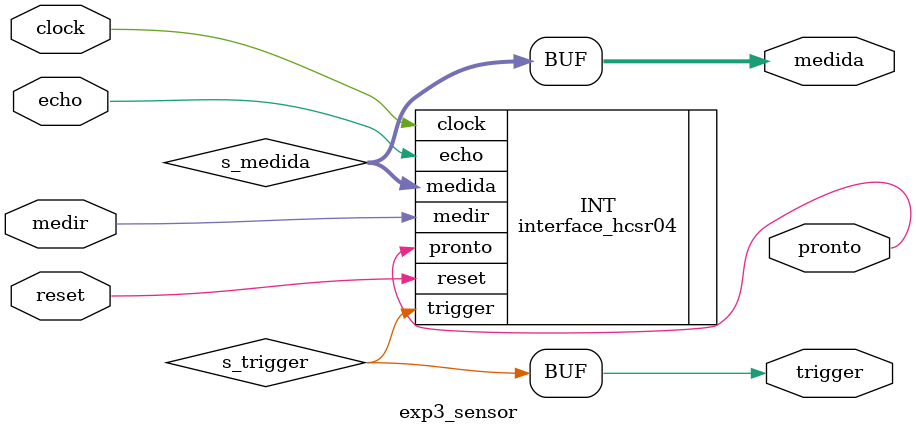
<source format=v>
/* --------------------------------------------------------------------------
 *  Arquivo   : exp3_sensor.v
 * --------------------------------------------------------------------------
 *  Descricao : circuito de teste do componente interface_hcsr04.v
 *              inclui componentes para dispositivos externos
 *              detector de borda e codificadores de displays de 7 segmentos
 *
 *              usar para sintetizar projeto no Intel Quartus Prime
 * --------------------------------------------------------------------------
 *  Revisoes  :
 *      Data        Versao  Autor             Descricao
 *      07/09/2024  1.0     Edson Midorikawa  versao em Verilog
 *      09/09/2024  1.1     Edson Midorikawa  revisao
 * --------------------------------------------------------------------------
 */
 
module exp3_sensor (
    input wire        clock,
    input wire        reset,
    input wire        medir,
    input wire        echo,
    output wire       trigger,
    output wire [11:0] medida,
    output wire       pronto
);

    // Sinais internos
    wire        s_trigger;
    wire [11:0] s_medida ;

    // Circuito de interface com sensor
    interface_hcsr04 INT (
        .clock    (clock    ),
        .reset    (reset    ),
        .medir    (medir  ),
        .echo     (echo     ),
        .trigger  (s_trigger),
        .medida   (s_medida ),
        .pronto   (pronto   )
    );

    // Trata entrada medir (considerando borda de subida)

    // Sinais de saída
    assign trigger = s_trigger;
    assign medida = s_medida;


endmodule
</source>
